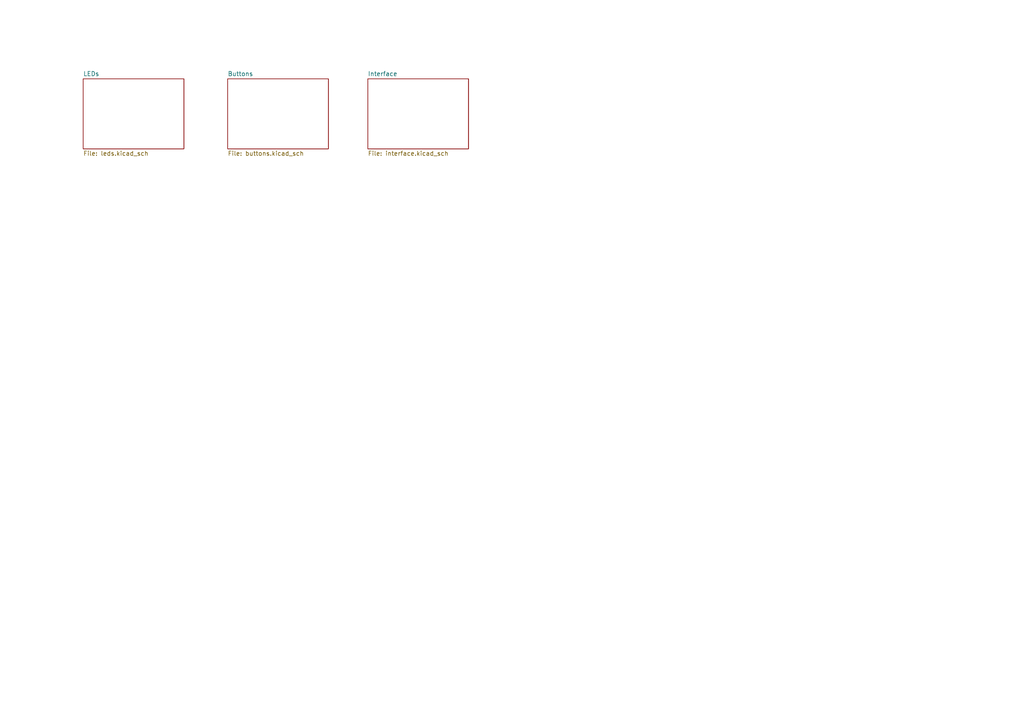
<source format=kicad_sch>
(kicad_sch (version 20211123) (generator eeschema)

  (uuid 679cfdcb-a9ce-49f0-a1cd-1c31c6cbb73b)

  (paper "A4")

  (lib_symbols
  )


  (sheet (at 106.68 22.86) (size 29.21 20.32) (fields_autoplaced)
    (stroke (width 0.1524) (type solid) (color 0 0 0 0))
    (fill (color 0 0 0 0.0000))
    (uuid 834b7220-a2be-4d3d-ab64-934b5cd0ed96)
    (property "Sheet name" "Interface" (id 0) (at 106.68 22.1484 0)
      (effects (font (size 1.27 1.27)) (justify left bottom))
    )
    (property "Sheet file" "interface.kicad_sch" (id 1) (at 106.68 43.7646 0)
      (effects (font (size 1.27 1.27)) (justify left top))
    )
  )

  (sheet (at 66.04 22.86) (size 29.21 20.32) (fields_autoplaced)
    (stroke (width 0.1524) (type solid) (color 0 0 0 0))
    (fill (color 0 0 0 0.0000))
    (uuid cff27261-428b-4594-86ee-83038e979fb4)
    (property "Sheet name" "Buttons" (id 0) (at 66.04 22.1484 0)
      (effects (font (size 1.27 1.27)) (justify left bottom))
    )
    (property "Sheet file" "buttons.kicad_sch" (id 1) (at 66.04 43.7646 0)
      (effects (font (size 1.27 1.27)) (justify left top))
    )
  )

  (sheet (at 24.13 22.86) (size 29.21 20.32) (fields_autoplaced)
    (stroke (width 0.1524) (type solid) (color 0 0 0 0))
    (fill (color 0 0 0 0.0000))
    (uuid dc6799e6-5156-407f-892b-a264a1639adc)
    (property "Sheet name" "LEDs" (id 0) (at 24.13 22.1484 0)
      (effects (font (size 1.27 1.27)) (justify left bottom))
    )
    (property "Sheet file" "leds.kicad_sch" (id 1) (at 24.13 43.7646 0)
      (effects (font (size 1.27 1.27)) (justify left top))
    )
  )

  (sheet_instances
    (path "/" (page "1"))
    (path "/dc6799e6-5156-407f-892b-a264a1639adc" (page "2"))
    (path "/cff27261-428b-4594-86ee-83038e979fb4" (page "3"))
    (path "/834b7220-a2be-4d3d-ab64-934b5cd0ed96" (page "4"))
  )

  (symbol_instances
    (path "/dc6799e6-5156-407f-892b-a264a1639adc/0d4df3f1-ddaf-4dc7-a621-c31cba378587"
      (reference "#PWR01") (unit 1) (value "GNDD") (footprint "")
    )
    (path "/dc6799e6-5156-407f-892b-a264a1639adc/e499d1bd-f7c1-474d-8d2e-17691e600f25"
      (reference "#PWR02") (unit 1) (value "GNDD") (footprint "")
    )
    (path "/dc6799e6-5156-407f-892b-a264a1639adc/e0257ff7-910c-4653-8ea5-c2b6d4b90f34"
      (reference "#PWR03") (unit 1) (value "GNDD") (footprint "")
    )
    (path "/dc6799e6-5156-407f-892b-a264a1639adc/1489dfe0-e844-4552-873f-6b6760c513d6"
      (reference "#PWR04") (unit 1) (value "GNDD") (footprint "")
    )
    (path "/dc6799e6-5156-407f-892b-a264a1639adc/aa87821d-68eb-4731-87aa-303bfeec4a3f"
      (reference "#PWR05") (unit 1) (value "GNDD") (footprint "")
    )
    (path "/dc6799e6-5156-407f-892b-a264a1639adc/61cefea0-e8ba-4ffc-bde9-55cb66f23712"
      (reference "#PWR06") (unit 1) (value "GNDD") (footprint "")
    )
    (path "/dc6799e6-5156-407f-892b-a264a1639adc/941c7107-6ad0-4450-8dfc-951e49952f32"
      (reference "#PWR07") (unit 1) (value "GNDD") (footprint "")
    )
    (path "/dc6799e6-5156-407f-892b-a264a1639adc/bf5bfdff-81a0-4c49-ac43-94f546442c03"
      (reference "#PWR08") (unit 1) (value "GNDD") (footprint "")
    )
    (path "/dc6799e6-5156-407f-892b-a264a1639adc/6f24e21f-2694-4516-9fe5-0e2a4ca6859b"
      (reference "#PWR09") (unit 1) (value "GNDD") (footprint "")
    )
    (path "/dc6799e6-5156-407f-892b-a264a1639adc/50d5a72f-7e3d-4a54-904c-583b5ecf2da8"
      (reference "#PWR010") (unit 1) (value "GNDD") (footprint "")
    )
    (path "/dc6799e6-5156-407f-892b-a264a1639adc/6d887145-0375-4979-a20e-e4a3594909a8"
      (reference "#PWR011") (unit 1) (value "GNDD") (footprint "")
    )
    (path "/dc6799e6-5156-407f-892b-a264a1639adc/f788b0a7-36d9-43e9-8400-039c65a6624c"
      (reference "#PWR012") (unit 1) (value "GNDD") (footprint "")
    )
    (path "/dc6799e6-5156-407f-892b-a264a1639adc/8888e0e0-a40a-44c8-bdee-a8bf886f25a7"
      (reference "#PWR013") (unit 1) (value "GNDD") (footprint "")
    )
    (path "/cff27261-428b-4594-86ee-83038e979fb4/b4bcf954-c251-40c5-891f-c0151bf691c7"
      (reference "#PWR014") (unit 1) (value "GNDD") (footprint "")
    )
    (path "/cff27261-428b-4594-86ee-83038e979fb4/1c6a5cf0-f72c-495e-bd10-7574860b8e25"
      (reference "#PWR015") (unit 1) (value "VCC") (footprint "")
    )
    (path "/cff27261-428b-4594-86ee-83038e979fb4/13a2313a-5ec1-4ae9-8870-84e4394f2951"
      (reference "#PWR016") (unit 1) (value "VCC") (footprint "")
    )
    (path "/cff27261-428b-4594-86ee-83038e979fb4/18c7ffd7-f316-45e3-9401-899b65de159d"
      (reference "#PWR017") (unit 1) (value "VCC") (footprint "")
    )
    (path "/cff27261-428b-4594-86ee-83038e979fb4/e541cfd6-f775-45a7-8735-f271108ab5f2"
      (reference "#PWR018") (unit 1) (value "VCC") (footprint "")
    )
    (path "/cff27261-428b-4594-86ee-83038e979fb4/bf2a0f8d-7bd2-401e-8e01-6dc2d6c086df"
      (reference "#PWR019") (unit 1) (value "GNDD") (footprint "")
    )
    (path "/cff27261-428b-4594-86ee-83038e979fb4/d986d5c9-7fb4-4b5e-9677-75146e2fc6a7"
      (reference "#PWR020") (unit 1) (value "VCC") (footprint "")
    )
    (path "/cff27261-428b-4594-86ee-83038e979fb4/1c001243-570d-430d-beb5-b5091b7569b3"
      (reference "#PWR021") (unit 1) (value "GNDD") (footprint "")
    )
    (path "/834b7220-a2be-4d3d-ab64-934b5cd0ed96/e6db2459-dd6f-4ea3-9103-6d49538075f0"
      (reference "#PWR022") (unit 1) (value "GNDD") (footprint "")
    )
    (path "/dc6799e6-5156-407f-892b-a264a1639adc/424308d9-aacd-429e-b989-8b88805193e8"
      (reference "D1") (unit 1) (value "LED_VALVE1") (footprint "LED_THT:LED_D5.0mm-3")
    )
    (path "/dc6799e6-5156-407f-892b-a264a1639adc/747aa49d-67c8-4e93-9f97-07065e2ab2d2"
      (reference "D2") (unit 1) (value "LED_VALVE2") (footprint "LED_THT:LED_D5.0mm-3")
    )
    (path "/dc6799e6-5156-407f-892b-a264a1639adc/21d6bfbb-ee00-45ea-b1bb-11e99895ae23"
      (reference "D3") (unit 1) (value "LED_VALVE3") (footprint "LED_THT:LED_D5.0mm-3")
    )
    (path "/dc6799e6-5156-407f-892b-a264a1639adc/fe9630e9-2706-415c-adeb-8453090561b8"
      (reference "D4") (unit 1) (value "LED_VALVE4") (footprint "LED_THT:LED_D5.0mm-3")
    )
    (path "/dc6799e6-5156-407f-892b-a264a1639adc/65f5a588-b71c-4727-a61c-537a3377ef02"
      (reference "D5") (unit 1) (value "LED_VALVE5") (footprint "LED_THT:LED_D5.0mm-3")
    )
    (path "/dc6799e6-5156-407f-892b-a264a1639adc/ca169457-cd9a-413f-9ce8-258246cc24f3"
      (reference "D6") (unit 1) (value "LED_VALVE6") (footprint "LED_THT:LED_D5.0mm-3")
    )
    (path "/dc6799e6-5156-407f-892b-a264a1639adc/5d718ab0-0a30-4f99-9779-f99aa617d266"
      (reference "D7") (unit 1) (value "LED_LS1") (footprint "LED_THT:LED_D5.0mm-3")
    )
    (path "/dc6799e6-5156-407f-892b-a264a1639adc/1afc6c2c-1407-4bc9-8cc1-c8e10a3e2c22"
      (reference "D8") (unit 1) (value "LED_LS2") (footprint "LED_THT:LED_D5.0mm-3")
    )
    (path "/dc6799e6-5156-407f-892b-a264a1639adc/810f3d92-857f-4601-a3b5-4b142697c620"
      (reference "D9") (unit 1) (value "LED_LS3") (footprint "LED_THT:LED_D5.0mm-3")
    )
    (path "/dc6799e6-5156-407f-892b-a264a1639adc/cdc3aba5-da26-4872-8d19-e1f610c593df"
      (reference "D10") (unit 1) (value "LED_LS4") (footprint "LED_THT:LED_D5.0mm-3")
    )
    (path "/dc6799e6-5156-407f-892b-a264a1639adc/a6cdc1b5-d4cd-4392-8fbe-fd81154855de"
      (reference "D11") (unit 1) (value "LED_FS1") (footprint "LED_THT:LED_D5.0mm")
    )
    (path "/dc6799e6-5156-407f-892b-a264a1639adc/46e0fcd4-defc-434c-bd6d-6293ffcb425e"
      (reference "D12") (unit 1) (value "LEDFS2") (footprint "LED_THT:LED_D5.0mm")
    )
    (path "/dc6799e6-5156-407f-892b-a264a1639adc/fbb2a1dd-29b8-4fb5-aea8-e373286bafe5"
      (reference "D13") (unit 1) (value "LED_PWR") (footprint "LED_THT:LED_D5.0mm-3")
    )
    (path "/834b7220-a2be-4d3d-ab64-934b5cd0ed96/350adf19-c257-4504-a854-6b174123f9b8"
      (reference "J1") (unit 1) (value "Conn_01x31_Male") (footprint "Connector_PinHeader_2.54mm:PinHeader_1x31_P2.54mm_Horizontal")
    )
    (path "/dc6799e6-5156-407f-892b-a264a1639adc/56eb568b-f58e-4a50-bd13-4c2fbe960d23"
      (reference "R1") (unit 1) (value "360") (footprint "Resistor_SMD:R_0805_2012Metric")
    )
    (path "/dc6799e6-5156-407f-892b-a264a1639adc/3e58f6c7-ac23-40b3-9e9e-8d1c0fc5846f"
      (reference "R2") (unit 1) (value "360") (footprint "Resistor_SMD:R_0805_2012Metric")
    )
    (path "/dc6799e6-5156-407f-892b-a264a1639adc/ad1c8dfc-7d1a-409b-83f9-c7413f8658f7"
      (reference "R3") (unit 1) (value "360") (footprint "Resistor_SMD:R_0805_2012Metric")
    )
    (path "/dc6799e6-5156-407f-892b-a264a1639adc/f71e0eaa-3f94-4868-91a4-9cb101bab8bb"
      (reference "R4") (unit 1) (value "360") (footprint "Resistor_SMD:R_0805_2012Metric")
    )
    (path "/dc6799e6-5156-407f-892b-a264a1639adc/21660a74-ee3a-4f06-83cf-3d530387806c"
      (reference "R5") (unit 1) (value "360") (footprint "Resistor_SMD:R_0805_2012Metric")
    )
    (path "/dc6799e6-5156-407f-892b-a264a1639adc/44915d9b-4826-4ee5-bead-e5c5f9e03d97"
      (reference "R6") (unit 1) (value "360") (footprint "Resistor_SMD:R_0805_2012Metric")
    )
    (path "/dc6799e6-5156-407f-892b-a264a1639adc/dfbc0b03-ad87-4c08-ac39-e50999cecfd5"
      (reference "R7") (unit 1) (value "360") (footprint "Resistor_SMD:R_0805_2012Metric")
    )
    (path "/dc6799e6-5156-407f-892b-a264a1639adc/63d1a4a1-f660-4f29-b1f9-dabf48d5de92"
      (reference "R8") (unit 1) (value "360") (footprint "Resistor_SMD:R_0805_2012Metric")
    )
    (path "/dc6799e6-5156-407f-892b-a264a1639adc/a2dcda29-5a39-449b-a786-9796c766142e"
      (reference "R9") (unit 1) (value "360") (footprint "Resistor_SMD:R_0805_2012Metric")
    )
    (path "/dc6799e6-5156-407f-892b-a264a1639adc/6b45d410-1e51-4aea-a52c-8529d7dafce2"
      (reference "R10") (unit 1) (value "360") (footprint "Resistor_SMD:R_0805_2012Metric")
    )
    (path "/dc6799e6-5156-407f-892b-a264a1639adc/a9ab9bc1-b61d-4155-a263-950275159af5"
      (reference "R11") (unit 1) (value "360") (footprint "Resistor_SMD:R_0805_2012Metric")
    )
    (path "/dc6799e6-5156-407f-892b-a264a1639adc/53c97a8b-0b81-421e-970f-ff23c802cbfa"
      (reference "R12") (unit 1) (value "360") (footprint "Resistor_SMD:R_0805_2012Metric")
    )
    (path "/dc6799e6-5156-407f-892b-a264a1639adc/3fb7ded7-2d08-4a7a-808a-b786cf2547a0"
      (reference "R13") (unit 1) (value "360") (footprint "Resistor_SMD:R_0805_2012Metric")
    )
    (path "/dc6799e6-5156-407f-892b-a264a1639adc/96b39ed1-cc38-45c2-aff6-61ea89a8436e"
      (reference "R14") (unit 1) (value "360") (footprint "Resistor_SMD:R_0805_2012Metric")
    )
    (path "/dc6799e6-5156-407f-892b-a264a1639adc/f648b793-56b9-48e6-9d05-a19e02efe67c"
      (reference "R15") (unit 1) (value "360") (footprint "Resistor_SMD:R_0805_2012Metric")
    )
    (path "/dc6799e6-5156-407f-892b-a264a1639adc/21e761a0-4366-4fdc-a579-63c6a0ffdc00"
      (reference "R16") (unit 1) (value "360") (footprint "Resistor_SMD:R_0805_2012Metric")
    )
    (path "/dc6799e6-5156-407f-892b-a264a1639adc/09812d75-35f1-486b-88d6-84440b8bea48"
      (reference "R17") (unit 1) (value "360") (footprint "Resistor_SMD:R_0805_2012Metric")
    )
    (path "/dc6799e6-5156-407f-892b-a264a1639adc/80b3f698-783b-45f8-89c2-927c12cd09b8"
      (reference "R18") (unit 1) (value "360") (footprint "Resistor_SMD:R_0805_2012Metric")
    )
    (path "/dc6799e6-5156-407f-892b-a264a1639adc/d6acd9a9-16ce-4f4a-9804-3f91df64ef28"
      (reference "R19") (unit 1) (value "360") (footprint "Resistor_SMD:R_0805_2012Metric")
    )
    (path "/dc6799e6-5156-407f-892b-a264a1639adc/03c066b8-6295-4823-87a5-ca75429dce2e"
      (reference "R20") (unit 1) (value "360") (footprint "Resistor_SMD:R_0805_2012Metric")
    )
    (path "/dc6799e6-5156-407f-892b-a264a1639adc/1d498cd0-1da6-480c-bc2a-2f34ba2a60fe"
      (reference "R21") (unit 1) (value "360") (footprint "Resistor_SMD:R_0805_2012Metric")
    )
    (path "/dc6799e6-5156-407f-892b-a264a1639adc/d446d539-5a24-4cc8-add3-6fa1f599c026"
      (reference "R22") (unit 1) (value "360") (footprint "Resistor_SMD:R_0805_2012Metric")
    )
    (path "/dc6799e6-5156-407f-892b-a264a1639adc/a5a7d846-6f16-421f-953b-13784005d0e7"
      (reference "R23") (unit 1) (value "360") (footprint "Resistor_SMD:R_0805_2012Metric")
    )
    (path "/dc6799e6-5156-407f-892b-a264a1639adc/f723b348-fb31-41c8-9afb-95f7438f349a"
      (reference "R24") (unit 1) (value "360") (footprint "Resistor_SMD:R_0805_2012Metric")
    )
    (path "/cff27261-428b-4594-86ee-83038e979fb4/23f95895-5626-4229-b080-8483cc5da849"
      (reference "R25") (unit 1) (value "10K") (footprint "Resistor_SMD:R_0805_2012Metric")
    )
    (path "/cff27261-428b-4594-86ee-83038e979fb4/41e5b6eb-5230-47f2-ad7c-bcd6e9226da3"
      (reference "R26") (unit 1) (value "10K") (footprint "Resistor_SMD:R_0805_2012Metric")
    )
    (path "/cff27261-428b-4594-86ee-83038e979fb4/da41a2e8-3093-46a2-9dc3-8bbd3d670faf"
      (reference "R27") (unit 1) (value "10K") (footprint "Resistor_SMD:R_0805_2012Metric")
    )
    (path "/cff27261-428b-4594-86ee-83038e979fb4/7523f316-f3f2-41e9-b4ea-274295291a79"
      (reference "R28") (unit 1) (value "10K") (footprint "Resistor_SMD:R_0805_2012Metric")
    )
    (path "/cff27261-428b-4594-86ee-83038e979fb4/309a0f6d-973f-4754-87e7-8ea107a9659f"
      (reference "R29") (unit 1) (value "10K") (footprint "Resistor_SMD:R_0805_2012Metric")
    )
    (path "/cff27261-428b-4594-86ee-83038e979fb4/b402cdeb-fe40-483e-b91a-11600108d2ef"
      (reference "SW1") (unit 1) (value "OK") (footprint "Button_Switch_THT:SW_PUSH_6mm")
    )
    (path "/cff27261-428b-4594-86ee-83038e979fb4/0868b8bb-a98e-425d-8f8a-9f9c3f67f93e"
      (reference "SW2") (unit 1) (value "CANCEL") (footprint "Button_Switch_THT:SW_PUSH_6mm")
    )
    (path "/cff27261-428b-4594-86ee-83038e979fb4/d946eecf-33a6-4446-8b3d-a0de81816d9f"
      (reference "SW3") (unit 1) (value "RotaryEncoder") (footprint "Rotary_Encoder:RotaryEncoder_Alps_EC11E-Switch_Vertical_H20mm")
    )
  )
)

</source>
